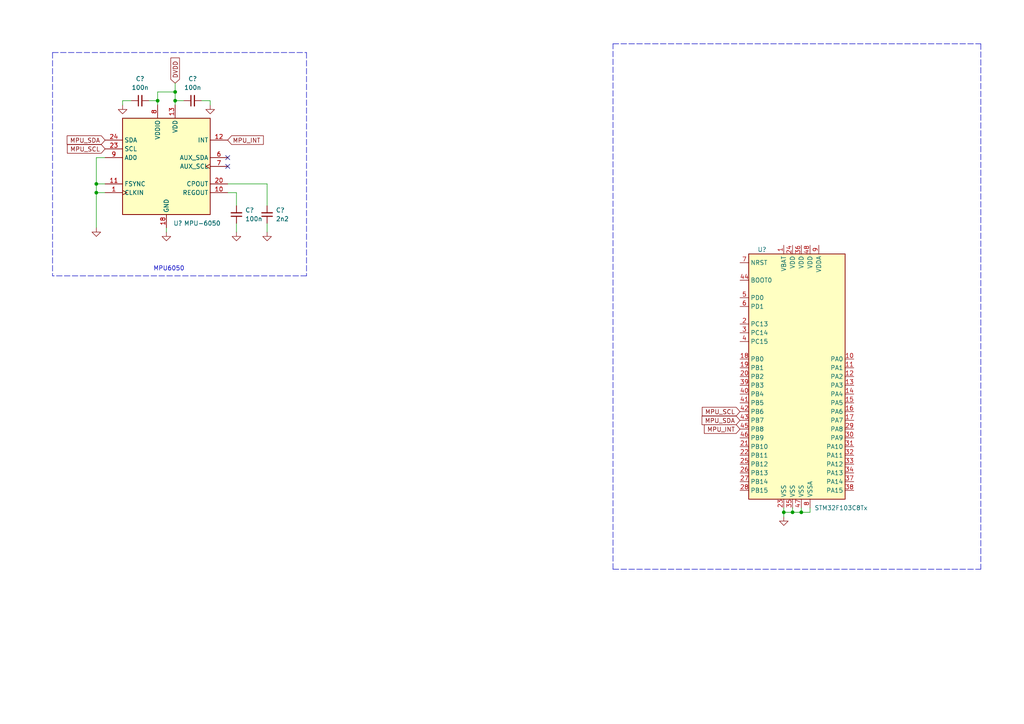
<source format=kicad_sch>
(kicad_sch (version 20211123) (generator eeschema)
  (paper "A4")
  (lib_symbols
    (symbol "Device:C_Small" (pin_numbers hide) (pin_names (offset 0.254) hide)
      (property "Reference" "C" (at 0.254 1.778 0))
      (property "Value" "C_Small" (at 0.254 -2.032 0))
      (symbol "C_Small_0_1"
        (polyline (pts (xy -1.524 -0.508) (xy 1.524 -0.508)) (stroke (width 0.3302)))
        (polyline (pts (xy -1.524 0.508) (xy 1.524 0.508)) (stroke (width 0.3048)))
      )
      (symbol "C_Small_1_1"
        (pin passive line (at 0 2.54 270) (length 2.032) (name "~") (number "1"))
        (pin passive line (at 0 -2.54 90) (length 2.032) (name "~") (number "2"))
      )
    )
    (symbol "MCU_ST_STM32F1:STM32F103C8Tx"
      (property "Reference" "U" (at -15.24 36.83 0))
      (property "Value" "STM32F103C8Tx" (at 7.62 36.83 0))
      (symbol "STM32F103C8Tx_0_1"
        (rectangle (start -15.24 -35.56) (end 12.7 35.56) (stroke (width 0.254)) (fill (type background)))
      )
      (symbol "STM32F103C8Tx_1_1"
        (pin power_in line (at -5.08 38.1 270) (length 2.54) (name "VBAT") (number "1"))
        (pin bidirectional line (at 15.24 5.08 180) (length 2.54) (name "PA0") (number "10"))
        (pin bidirectional line (at 15.24 2.54 180) (length 2.54) (name "PA1") (number "11"))
        (pin bidirectional line (at 15.24 0 180) (length 2.54) (name "PA2") (number "12"))
        (pin bidirectional line (at 15.24 -2.54 180) (length 2.54) (name "PA3") (number "13"))
        (pin bidirectional line (at 15.24 -5.08 180) (length 2.54) (name "PA4") (number "14"))
        (pin bidirectional line (at 15.24 -7.62 180) (length 2.54) (name "PA5") (number "15"))
        (pin bidirectional line (at 15.24 -10.16 180) (length 2.54) (name "PA6") (number "16"))
        (pin bidirectional line (at 15.24 -12.7 180) (length 2.54) (name "PA7") (number "17"))
        (pin bidirectional line (at -17.78 5.08 0) (length 2.54) (name "PB0") (number "18"))
        (pin bidirectional line (at -17.78 2.54 0) (length 2.54) (name "PB1") (number "19"))
        (pin bidirectional line (at -17.78 15.24 0) (length 2.54) (name "PC13") (number "2"))
        (pin bidirectional line (at -17.78 0 0) (length 2.54) (name "PB2") (number "20"))
        (pin bidirectional line (at -17.78 -20.32 0) (length 2.54) (name "PB10") (number "21"))
        (pin bidirectional line (at -17.78 -22.86 0) (length 2.54) (name "PB11") (number "22"))
        (pin power_in line (at -5.08 -38.1 90) (length 2.54) (name "VSS") (number "23"))
        (pin power_in line (at -2.54 38.1 270) (length 2.54) (name "VDD") (number "24"))
        (pin bidirectional line (at -17.78 -25.4 0) (length 2.54) (name "PB12") (number "25"))
        (pin bidirectional line (at -17.78 -27.94 0) (length 2.54) (name "PB13") (number "26"))
        (pin bidirectional line (at -17.78 -30.48 0) (length 2.54) (name "PB14") (number "27"))
        (pin bidirectional line (at -17.78 -33.02 0) (length 2.54) (name "PB15") (number "28"))
        (pin bidirectional line (at 15.24 -15.24 180) (length 2.54) (name "PA8") (number "29"))
        (pin bidirectional line (at -17.78 12.7 0) (length 2.54) (name "PC14") (number "3"))
        (pin bidirectional line (at 15.24 -17.78 180) (length 2.54) (name "PA9") (number "30"))
        (pin bidirectional line (at 15.24 -20.32 180) (length 2.54) (name "PA10") (number "31"))
        (pin bidirectional line (at 15.24 -22.86 180) (length 2.54) (name "PA11") (number "32"))
        (pin bidirectional line (at 15.24 -25.4 180) (length 2.54) (name "PA12") (number "33"))
        (pin bidirectional line (at 15.24 -27.94 180) (length 2.54) (name "PA13") (number "34"))
        (pin power_in line (at -2.54 -38.1 90) (length 2.54) (name "VSS") (number "35"))
        (pin power_in line (at 0 38.1 270) (length 2.54) (name "VDD") (number "36"))
        (pin bidirectional line (at 15.24 -30.48 180) (length 2.54) (name "PA14") (number "37"))
        (pin bidirectional line (at 15.24 -33.02 180) (length 2.54) (name "PA15") (number "38"))
        (pin bidirectional line (at -17.78 -2.54 0) (length 2.54) (name "PB3") (number "39"))
        (pin bidirectional line (at -17.78 10.16 0) (length 2.54) (name "PC15") (number "4"))
        (pin bidirectional line (at -17.78 -5.08 0) (length 2.54) (name "PB4") (number "40"))
        (pin bidirectional line (at -17.78 -7.62 0) (length 2.54) (name "PB5") (number "41"))
        (pin bidirectional line (at -17.78 -10.16 0) (length 2.54) (name "PB6") (number "42"))
        (pin bidirectional line (at -17.78 -12.7 0) (length 2.54) (name "PB7") (number "43"))
        (pin input line (at -17.78 27.94 0) (length 2.54) (name "BOOT0") (number "44"))
        (pin bidirectional line (at -17.78 -15.24 0) (length 2.54) (name "PB8") (number "45"))
        (pin bidirectional line (at -17.78 -17.78 0) (length 2.54) (name "PB9") (number "46"))
        (pin power_in line (at 0 -38.1 90) (length 2.54) (name "VSS") (number "47"))
        (pin power_in line (at 2.54 38.1 270) (length 2.54) (name "VDD") (number "48"))
        (pin input line (at -17.78 22.86 0) (length 2.54) (name "PD0") (number "5"))
        (pin input line (at -17.78 20.32 0) (length 2.54) (name "PD1") (number "6"))
        (pin input line (at -17.78 33.02 0) (length 2.54) (name "NRST") (number "7"))
        (pin power_in line (at 2.54 -38.1 90) (length 2.54) (name "VSSA") (number "8"))
        (pin power_in line (at 5.08 38.1 270) (length 2.54) (name "VDDA") (number "9"))
      )
    )
    (symbol "Sensor_Motion:MPU-6050"
      (property "Reference" "U" (at -11.43 13.97 0))
      (property "Value" "MPU-6050" (at 7.62 -15.24 0))
      (symbol "MPU-6050_0_0"
        (text "" (at 12.7 -2.54 0) (effects (font (size 1.27 1.27))))
      )
      (symbol "MPU-6050_0_1"
        (rectangle (start -12.7 13.97) (end 12.7 -13.97) (stroke (width 0.254)) (fill (type background)))
      )
      (symbol "MPU-6050_1_1"
        (pin input clock (at -17.78 -7.62 0) (length 5.08) (name "CLKIN") (number "1"))
        (pin passive line (at 17.78 -7.62 180) (length 5.08) (name "REGOUT") (number "10"))
        (pin input line (at -17.78 -5.08 0) (length 5.08) (name "FSYNC") (number "11"))
        (pin output line (at 17.78 7.62 180) (length 5.08) (name "INT") (number "12"))
        (pin power_in line (at 2.54 17.78 270) (length 3.81) (name "VDD") (number "13"))
        (pin no_connect line (at -12.7 -10.16 0) (length 2.54) hide (name "NC") (number "14"))
        (pin no_connect line (at 12.7 12.7 180) (length 2.54) hide (name "NC") (number "15"))
        (pin no_connect line (at 12.7 10.16 180) (length 2.54) hide (name "NC") (number "16"))
        (pin no_connect line (at 12.7 5.08 180) (length 2.54) hide (name "NC") (number "17"))
        (pin power_in line (at 0 -17.78 90) (length 3.81) (name "GND") (number "18"))
        (pin no_connect line (at 12.7 -10.16 180) (length 2.54) hide (name "NC") (number "19"))
        (pin no_connect line (at -12.7 12.7 0) (length 2.54) hide (name "NC") (number "2"))
        (pin passive line (at 17.78 -5.08 180) (length 5.08) (name "CPOUT") (number "20"))
        (pin no_connect line (at 12.7 -2.54 180) (length 2.54) hide (name "NC") (number "21"))
        (pin no_connect line (at 12.7 -12.7 180) (length 2.54) hide (name "NC") (number "22"))
        (pin input line (at -17.78 5.08 0) (length 5.08) (name "SCL") (number "23"))
        (pin bidirectional line (at -17.78 7.62 0) (length 5.08) (name "SDA") (number "24"))
        (pin no_connect line (at -12.7 10.16 0) (length 2.54) hide (name "NC") (number "3"))
        (pin no_connect line (at -12.7 0 0) (length 2.54) hide (name "NC") (number "4"))
        (pin no_connect line (at -12.7 -2.54 0) (length 2.54) hide (name "NC") (number "5"))
        (pin bidirectional line (at 17.78 2.54 180) (length 5.08) (name "AUX_SDA") (number "6"))
        (pin output clock (at 17.78 0 180) (length 5.08) (name "AUX_SCL") (number "7"))
        (pin power_in line (at -2.54 17.78 270) (length 3.81) (name "VDDIO") (number "8"))
        (pin input line (at -17.78 2.54 0) (length 5.08) (name "AD0") (number "9"))
      )
    )
    (symbol "power:GND" (power) (pin_names (offset 0))
      (property "Value" "GND" (at 0 -3.81 0))
      (symbol "GND_0_1"
        (polyline (pts (xy 0 0) (xy 0 -1.27) (xy 1.27 -1.27) (xy 0 -2.54) (xy -1.27 -1.27) (xy 0 -1.27)))
      )
      (symbol "GND_1_1"
        (pin power_in line (at 0 0 270) (length 0) hide (name "GND") (number "1"))
      )
    )
  )
  (junction (at 27.94 55.88))
  (junction (at 45.72 29.21))
  (junction (at 229.87 148.59))
  (junction (at 227.33 148.59))
  (junction (at 50.8 26.67))
  (junction (at 27.94 53.34))
  (junction (at 232.41 148.59))
  (junction (at 50.8 29.21))
  (no_connect (at 66.04 45.72))
  (no_connect (at 66.04 48.26))
  (wire (pts (xy 45.72 29.21) (xy 43.18 29.21)))
  (wire (pts (xy 35.56 29.21) (xy 38.1 29.21)))
  (wire (pts (xy 58.42 29.21) (xy 60.96 29.21)))
  (wire (pts (xy 48.26 66.04) (xy 48.26 67.31)))
  (wire (pts (xy 60.96 29.21) (xy 60.96 30.48)))
  (wire (pts (xy 45.72 26.67) (xy 50.8 26.67)))
  (wire (pts (xy 229.87 148.59) (xy 232.41 148.59)))
  (wire (pts (xy 77.47 53.34) (xy 66.04 53.34)))
  (wire (pts (xy 227.33 148.59) (xy 229.87 148.59)))
  (polyline (pts (xy 284.48 12.7) (xy 284.48 165.1)))
  (polyline (pts (xy 15.24 15.24) (xy 88.9 15.24)))
  (wire (pts (xy 45.72 29.21) (xy 45.72 26.67)))
  (wire (pts (xy 50.8 24.13) (xy 50.8 26.67)))
  (wire (pts (xy 77.47 64.77) (xy 77.47 67.31)))
  (wire (pts (xy 227.33 148.59) (xy 227.33 149.86)))
  (wire (pts (xy 68.58 59.69) (xy 68.58 55.88)))
  (polyline (pts (xy 88.9 15.24) (xy 88.9 80.01)))
  (wire (pts (xy 234.95 148.59) (xy 234.95 147.32)))
  (wire (pts (xy 68.58 64.77) (xy 68.58 67.31)))
  (polyline (pts (xy 177.8 165.1) (xy 284.48 165.1)))
  (wire (pts (xy 27.94 53.34) (xy 30.48 53.34)))
  (polyline (pts (xy 177.8 12.7) (xy 284.48 12.7)))
  (wire (pts (xy 50.8 26.67) (xy 50.8 29.21)))
  (wire (pts (xy 232.41 148.59) (xy 232.41 147.32)))
  (polyline (pts (xy 15.24 15.24) (xy 15.24 80.01)))
  (wire (pts (xy 45.72 30.48) (xy 45.72 29.21)))
  (wire (pts (xy 27.94 53.34) (xy 27.94 45.72)))
  (wire (pts (xy 50.8 29.21) (xy 50.8 30.48)))
  (wire (pts (xy 27.94 66.04) (xy 27.94 55.88)))
  (wire (pts (xy 27.94 55.88) (xy 30.48 55.88)))
  (wire (pts (xy 50.8 29.21) (xy 53.34 29.21)))
  (wire (pts (xy 27.94 55.88) (xy 27.94 53.34)))
  (polyline (pts (xy 177.8 165.1) (xy 177.8 12.7)))
  (wire (pts (xy 229.87 148.59) (xy 229.87 147.32)))
  (wire (pts (xy 227.33 147.32) (xy 227.33 148.59)))
  (wire (pts (xy 68.58 55.88) (xy 66.04 55.88)))
  (wire (pts (xy 77.47 59.69) (xy 77.47 53.34)))
  (polyline (pts (xy 88.9 80.01) (xy 15.24 80.01)))
  (wire (pts (xy 27.94 45.72) (xy 30.48 45.72)))
  (wire (pts (xy 35.56 30.48) (xy 35.56 29.21)))
  (wire (pts (xy 232.41 148.59) (xy 234.95 148.59)))
  (text "MPU6050" (at 44.45 78.74 0) (effects (font (size 1.27 1.27)) (justify left bottom)))
  (global_label "MPU_SDA" (shape input) (at 214.63 121.92 180) (property "Intersheet References" "${INTERSHEET_REFS}" (effects hide)))
  (global_label "MPU_SCL" (shape input) (at 30.48 43.18 180) (property "Intersheet References" "${INTERSHEET_REFS}" (effects hide)))
  (global_label "MPU_SDA" (shape input) (at 30.48 40.64 180) (property "Intersheet References" "${INTERSHEET_REFS}" (effects hide)))
  (global_label "MPU_SCL" (shape input) (at 214.63 119.38 180) (property "Intersheet References" "${INTERSHEET_REFS}" (effects hide)))
  (global_label "MPU_INT" (shape input) (at 214.63 124.46 180) (property "Intersheet References" "${INTERSHEET_REFS}" (effects hide)))
  (global_label "DVDD" (shape input) (at 50.8 24.13 90) (property "Intersheet References" "${INTERSHEET_REFS}" (effects hide)))
  (global_label "MPU_INT" (shape input) (at 66.04 40.64 0) (property "Intersheet References" "${INTERSHEET_REFS}" (effects hide)))
  (symbol (lib_id "Device:C_Small") (at 55.88 29.21 90) (unit 1)
    (property "Reference" "C?" (at 55.8863 22.86 90))
    (property "Value" "100n" (at 55.8863 25.4 90))
  )
  (symbol (lib_id "power:GND") (at 27.94 66.04 0) (unit 1)
    (property "Reference" "#PWR?" (effects hide))
    (property "Value" "GND" (effects hide))
  )
  (symbol (lib_id "Device:C_Small") (at 40.64 29.21 90) (unit 1)
    (property "Reference" "C?" (at 40.6463 22.86 90))
    (property "Value" "100n" (at 40.6463 25.4 90))
  )
  (symbol (lib_id "power:GND") (at 68.58 67.31 0) (unit 1)
    (property "Reference" "#PWR?" (effects hide))
    (property "Value" "GND" (effects hide))
  )
  (symbol (lib_id "power:GND") (at 227.33 149.86 0) (unit 1)
    (property "Reference" "#PWR?" (effects hide))
    (property "Value" "GND" (effects hide))
  )
  (symbol (lib_id "power:GND") (at 48.26 67.31 0) (unit 1)
    (property "Reference" "#PWR?" (effects hide))
    (property "Value" "GND" (effects hide))
  )
  (symbol (lib_id "power:GND") (at 60.96 30.48 0) (unit 1)
    (property "Reference" "#PWR?" (effects hide))
    (property "Value" "GND" (effects hide))
  )
  (symbol (lib_id "Device:C_Small") (at 77.47 62.23 180) (unit 1)
    (property "Reference" "C?" (at 80.01 60.9535 0) (effects (justify right)))
    (property "Value" "2n2" (at 80.01 63.4935 0) (effects (justify right)))
  )
  (symbol (lib_id "Sensor_Motion:MPU-6050") (at 48.26 48.26 0) (unit 1)
    (property "Reference" "U?" (at 50.2794 64.77 0) (effects (justify left)))
    (property "Value" "MPU-6050" (at 53.34 64.77 0) (effects (justify left)))
    (property "Footprint" "Sensor_Motion:InvenSense_QFN-24_4x4mm_P0.5mm" (effects hide))
    (property "Datasheet" "https://store.invensense.com/datasheets/invensense/MPU-6050_DataSheet_V3%204.pdf" (effects hide))
  )
  (symbol (lib_id "MCU_ST_STM32F1:STM32F103C8Tx") (at 232.41 109.22 0) (unit 1)
    (property "Reference" "U?" (at 219.71 72.39 0) (effects (justify left)))
    (property "Value" "STM32F103C8Tx" (at 236.22 147.32 0) (effects (justify left)))
    (property "Footprint" "Package_QFP:LQFP-48_7x7mm_P0.5mm" (effects hide))
    (property "Datasheet" "http://www.st.com/st-web-ui/static/active/en/resource/technical/document/datasheet/CD00161566.pdf" (effects hide))
  )
  (symbol (lib_id "power:GND") (at 77.47 67.31 0) (unit 1)
    (property "Reference" "#PWR?" (effects hide))
    (property "Value" "GND" (effects hide))
  )
  (symbol (lib_id "power:GND") (at 35.56 30.48 0) (unit 1)
    (property "Reference" "#PWR?" (effects hide))
    (property "Value" "GND" (effects hide))
  )
  (symbol (lib_id "Device:C_Small") (at 68.58 62.23 180) (unit 1)
    (property "Reference" "C?" (at 71.12 60.9535 0) (effects (justify right)))
    (property "Value" "100n" (at 71.12 63.4935 0) (effects (justify right)))
  )
)
</source>
